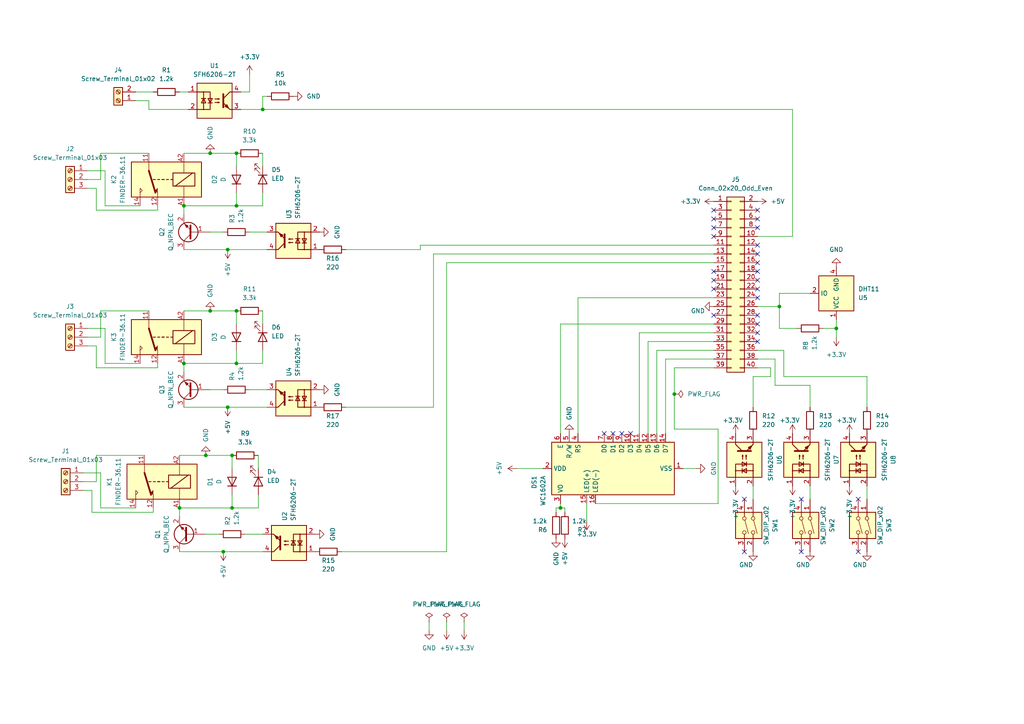
<source format=kicad_sch>
(kicad_sch (version 20211123) (generator eeschema)
  (paper "A4")
  (lib_symbols
    (symbol "Connector:Screw_Terminal_01x02" (pin_names (offset 1.016) hide)
      (property "Reference" "J" (at 0 2.54 0))
      (property "Value" "Screw_Terminal_01x02" (at 0 -5.08 0))
      (symbol "Screw_Terminal_01x02_1_1"
        (rectangle (start -1.27 1.27) (end 1.27 -3.81) (stroke (width 0.254)) (fill (type background)))
        (circle (center 0 -2.54) (radius 0.635) (stroke (width 0.1524)))
        (polyline (pts (xy -0.5334 -2.2098) (xy 0.3302 -3.048)) (stroke (width 0.1524)))
        (polyline (pts (xy -0.5334 0.3302) (xy 0.3302 -0.508)) (stroke (width 0.1524)))
        (polyline (pts (xy -0.3556 -2.032) (xy 0.508 -2.8702)) (stroke (width 0.1524)))
        (polyline (pts (xy -0.3556 0.508) (xy 0.508 -0.3302)) (stroke (width 0.1524)))
        (circle (center 0 0) (radius 0.635) (stroke (width 0.1524)))
        (pin passive line (at -5.08 0 0) (length 3.81) (name "Pin_1") (number "1"))
        (pin passive line (at -5.08 -2.54 0) (length 3.81) (name "Pin_2") (number "2"))
      )
    )
    (symbol "Connector:Screw_Terminal_01x03" (pin_names (offset 1.016) hide)
      (property "Reference" "J" (at 0 5.08 0))
      (property "Value" "Screw_Terminal_01x03" (at 0 -5.08 0))
      (symbol "Screw_Terminal_01x03_1_1"
        (rectangle (start -1.27 3.81) (end 1.27 -3.81) (stroke (width 0.254)) (fill (type background)))
        (circle (center 0 -2.54) (radius 0.635) (stroke (width 0.1524)))
        (polyline (pts (xy -0.5334 -2.2098) (xy 0.3302 -3.048)) (stroke (width 0.1524)))
        (polyline (pts (xy -0.5334 0.3302) (xy 0.3302 -0.508)) (stroke (width 0.1524)))
        (polyline (pts (xy -0.5334 2.8702) (xy 0.3302 2.032)) (stroke (width 0.1524)))
        (polyline (pts (xy -0.3556 -2.032) (xy 0.508 -2.8702)) (stroke (width 0.1524)))
        (polyline (pts (xy -0.3556 0.508) (xy 0.508 -0.3302)) (stroke (width 0.1524)))
        (polyline (pts (xy -0.3556 3.048) (xy 0.508 2.2098)) (stroke (width 0.1524)))
        (circle (center 0 0) (radius 0.635) (stroke (width 0.1524)))
        (circle (center 0 2.54) (radius 0.635) (stroke (width 0.1524)))
        (pin passive line (at -5.08 2.54 0) (length 3.81) (name "Pin_1") (number "1"))
        (pin passive line (at -5.08 0 0) (length 3.81) (name "Pin_2") (number "2"))
        (pin passive line (at -5.08 -2.54 0) (length 3.81) (name "Pin_3") (number "3"))
      )
    )
    (symbol "Connector_Generic:Conn_02x20_Odd_Even" (pin_names (offset 1.016) hide)
      (property "Reference" "J" (at 1.27 25.4 0))
      (property "Value" "Conn_02x20_Odd_Even" (at 1.27 -27.94 0))
      (symbol "Conn_02x20_Odd_Even_1_1"
        (rectangle (start -1.27 -25.273) (end 0 -25.527) (stroke (width 0.1524)))
        (rectangle (start -1.27 -22.733) (end 0 -22.987) (stroke (width 0.1524)))
        (rectangle (start -1.27 -20.193) (end 0 -20.447) (stroke (width 0.1524)))
        (rectangle (start -1.27 -17.653) (end 0 -17.907) (stroke (width 0.1524)))
        (rectangle (start -1.27 -15.113) (end 0 -15.367) (stroke (width 0.1524)))
        (rectangle (start -1.27 -12.573) (end 0 -12.827) (stroke (width 0.1524)))
        (rectangle (start -1.27 -10.033) (end 0 -10.287) (stroke (width 0.1524)))
        (rectangle (start -1.27 -7.493) (end 0 -7.747) (stroke (width 0.1524)))
        (rectangle (start -1.27 -4.953) (end 0 -5.207) (stroke (width 0.1524)))
        (rectangle (start -1.27 -2.413) (end 0 -2.667) (stroke (width 0.1524)))
        (rectangle (start -1.27 0.127) (end 0 -0.127) (stroke (width 0.1524)))
        (rectangle (start -1.27 2.667) (end 0 2.413) (stroke (width 0.1524)))
        (rectangle (start -1.27 5.207) (end 0 4.953) (stroke (width 0.1524)))
        (rectangle (start -1.27 7.747) (end 0 7.493) (stroke (width 0.1524)))
        (rectangle (start -1.27 10.287) (end 0 10.033) (stroke (width 0.1524)))
        (rectangle (start -1.27 12.827) (end 0 12.573) (stroke (width 0.1524)))
        (rectangle (start -1.27 15.367) (end 0 15.113) (stroke (width 0.1524)))
        (rectangle (start -1.27 17.907) (end 0 17.653) (stroke (width 0.1524)))
        (rectangle (start -1.27 20.447) (end 0 20.193) (stroke (width 0.1524)))
        (rectangle (start -1.27 22.987) (end 0 22.733) (stroke (width 0.1524)))
        (rectangle (start -1.27 24.13) (end 3.81 -26.67) (stroke (width 0.254)) (fill (type background)))
        (rectangle (start 3.81 -25.273) (end 2.54 -25.527) (stroke (width 0.1524)))
        (rectangle (start 3.81 -22.733) (end 2.54 -22.987) (stroke (width 0.1524)))
        (rectangle (start 3.81 -20.193) (end 2.54 -20.447) (stroke (width 0.1524)))
        (rectangle (start 3.81 -17.653) (end 2.54 -17.907) (stroke (width 0.1524)))
        (rectangle (start 3.81 -15.113) (end 2.54 -15.367) (stroke (width 0.1524)))
        (rectangle (start 3.81 -12.573) (end 2.54 -12.827) (stroke (width 0.1524)))
        (rectangle (start 3.81 -10.033) (end 2.54 -10.287) (stroke (width 0.1524)))
        (rectangle (start 3.81 -7.493) (end 2.54 -7.747) (stroke (width 0.1524)))
        (rectangle (start 3.81 -4.953) (end 2.54 -5.207) (stroke (width 0.1524)))
        (rectangle (start 3.81 -2.413) (end 2.54 -2.667) (stroke (width 0.1524)))
        (rectangle (start 3.81 0.127) (end 2.54 -0.127) (stroke (width 0.1524)))
        (rectangle (start 3.81 2.667) (end 2.54 2.413) (stroke (width 0.1524)))
        (rectangle (start 3.81 5.207) (end 2.54 4.953) (stroke (width 0.1524)))
        (rectangle (start 3.81 7.747) (end 2.54 7.493) (stroke (width 0.1524)))
        (rectangle (start 3.81 10.287) (end 2.54 10.033) (stroke (width 0.1524)))
        (rectangle (start 3.81 12.827) (end 2.54 12.573) (stroke (width 0.1524)))
        (rectangle (start 3.81 15.367) (end 2.54 15.113) (stroke (width 0.1524)))
        (rectangle (start 3.81 17.907) (end 2.54 17.653) (stroke (width 0.1524)))
        (rectangle (start 3.81 20.447) (end 2.54 20.193) (stroke (width 0.1524)))
        (rectangle (start 3.81 22.987) (end 2.54 22.733) (stroke (width 0.1524)))
        (pin passive line (at -5.08 22.86 0) (length 3.81) (name "Pin_1") (number "1"))
        (pin passive line (at 7.62 12.7 180) (length 3.81) (name "Pin_10") (number "10"))
        (pin passive line (at -5.08 10.16 0) (length 3.81) (name "Pin_11") (number "11"))
        (pin passive line (at 7.62 10.16 180) (length 3.81) (name "Pin_12") (number "12"))
        (pin passive line (at -5.08 7.62 0) (length 3.81) (name "Pin_13") (number "13"))
        (pin passive line (at 7.62 7.62 180) (length 3.81) (name "Pin_14") (number "14"))
        (pin passive line (at -5.08 5.08 0) (length 3.81) (name "Pin_15") (number "15"))
        (pin passive line (at 7.62 5.08 180) (length 3.81) (name "Pin_16") (number "16"))
        (pin passive line (at -5.08 2.54 0) (length 3.81) (name "Pin_17") (number "17"))
        (pin passive line (at 7.62 2.54 180) (length 3.81) (name "Pin_18") (number "18"))
        (pin passive line (at -5.08 0 0) (length 3.81) (name "Pin_19") (number "19"))
        (pin passive line (at 7.62 22.86 180) (length 3.81) (name "Pin_2") (number "2"))
        (pin passive line (at 7.62 0 180) (length 3.81) (name "Pin_20") (number "20"))
        (pin passive line (at -5.08 -2.54 0) (length 3.81) (name "Pin_21") (number "21"))
        (pin passive line (at 7.62 -2.54 180) (length 3.81) (name "Pin_22") (number "22"))
        (pin passive line (at -5.08 -5.08 0) (length 3.81) (name "Pin_23") (number "23"))
        (pin passive line (at 7.62 -5.08 180) (length 3.81) (name "Pin_24") (number "24"))
        (pin passive line (at -5.08 -7.62 0) (length 3.81) (name "Pin_25") (number "25"))
        (pin passive line (at 7.62 -7.62 180) (length 3.81) (name "Pin_26") (number "26"))
        (pin passive line (at -5.08 -10.16 0) (length 3.81) (name "Pin_27") (number "27"))
        (pin passive line (at 7.62 -10.16 180) (length 3.81) (name "Pin_28") (number "28"))
        (pin passive line (at -5.08 -12.7 0) (length 3.81) (name "Pin_29") (number "29"))
        (pin passive line (at -5.08 20.32 0) (length 3.81) (name "Pin_3") (number "3"))
        (pin passive line (at 7.62 -12.7 180) (length 3.81) (name "Pin_30") (number "30"))
        (pin passive line (at -5.08 -15.24 0) (length 3.81) (name "Pin_31") (number "31"))
        (pin passive line (at 7.62 -15.24 180) (length 3.81) (name "Pin_32") (number "32"))
        (pin passive line (at -5.08 -17.78 0) (length 3.81) (name "Pin_33") (number "33"))
        (pin passive line (at 7.62 -17.78 180) (length 3.81) (name "Pin_34") (number "34"))
        (pin passive line (at -5.08 -20.32 0) (length 3.81) (name "Pin_35") (number "35"))
        (pin passive line (at 7.62 -20.32 180) (length 3.81) (name "Pin_36") (number "36"))
        (pin passive line (at -5.08 -22.86 0) (length 3.81) (name "Pin_37") (number "37"))
        (pin passive line (at 7.62 -22.86 180) (length 3.81) (name "Pin_38") (number "38"))
        (pin passive line (at -5.08 -25.4 0) (length 3.81) (name "Pin_39") (number "39"))
        (pin passive line (at 7.62 20.32 180) (length 3.81) (name "Pin_4") (number "4"))
        (pin passive line (at 7.62 -25.4 180) (length 3.81) (name "Pin_40") (number "40"))
        (pin passive line (at -5.08 17.78 0) (length 3.81) (name "Pin_5") (number "5"))
        (pin passive line (at 7.62 17.78 180) (length 3.81) (name "Pin_6") (number "6"))
        (pin passive line (at -5.08 15.24 0) (length 3.81) (name "Pin_7") (number "7"))
        (pin passive line (at 7.62 15.24 180) (length 3.81) (name "Pin_8") (number "8"))
        (pin passive line (at -5.08 12.7 0) (length 3.81) (name "Pin_9") (number "9"))
      )
    )
    (symbol "Device:D" (pin_numbers hide) (pin_names (offset 1.016) hide)
      (property "Reference" "D" (at 0 2.54 0))
      (property "Value" "D" (at 0 -2.54 0))
      (symbol "D_0_1"
        (polyline (pts (xy -1.27 1.27) (xy -1.27 -1.27)) (stroke (width 0.254)))
        (polyline (pts (xy 1.27 0) (xy -1.27 0)))
        (polyline (pts (xy 1.27 1.27) (xy 1.27 -1.27) (xy -1.27 0) (xy 1.27 1.27)) (stroke (width 0.254)))
      )
      (symbol "D_1_1"
        (pin passive line (at -3.81 0 0) (length 2.54) (name "K") (number "1"))
        (pin passive line (at 3.81 0 180) (length 2.54) (name "A") (number "2"))
      )
    )
    (symbol "Device:LED" (pin_numbers hide) (pin_names (offset 1.016) hide)
      (property "Reference" "D" (at 0 2.54 0))
      (property "Value" "LED" (at 0 -2.54 0))
      (symbol "LED_0_1"
        (polyline (pts (xy -1.27 -1.27) (xy -1.27 1.27)) (stroke (width 0.254)))
        (polyline (pts (xy -1.27 0) (xy 1.27 0)))
        (polyline (pts (xy 1.27 -1.27) (xy 1.27 1.27) (xy -1.27 0) (xy 1.27 -1.27)) (stroke (width 0.254)))
        (polyline (pts (xy -3.048 -0.762) (xy -4.572 -2.286) (xy -3.81 -2.286) (xy -4.572 -2.286) (xy -4.572 -1.524)))
        (polyline (pts (xy -1.778 -0.762) (xy -3.302 -2.286) (xy -2.54 -2.286) (xy -3.302 -2.286) (xy -3.302 -1.524)))
      )
      (symbol "LED_1_1"
        (pin passive line (at -3.81 0 0) (length 2.54) (name "K") (number "1"))
        (pin passive line (at 3.81 0 180) (length 2.54) (name "A") (number "2"))
      )
    )
    (symbol "Device:Q_NPN_BEC" (pin_names (offset 0) hide)
      (property "Reference" "Q" (at 5.08 1.27 0))
      (property "Value" "Q_NPN_BEC" (at 5.08 -1.27 0))
      (symbol "Q_NPN_BEC_0_1"
        (polyline (pts (xy 0.635 0.635) (xy 2.54 2.54)))
        (polyline (pts (xy 0.635 -0.635) (xy 2.54 -2.54) (xy 2.54 -2.54)))
        (polyline (pts (xy 0.635 1.905) (xy 0.635 -1.905) (xy 0.635 -1.905)) (stroke (width 0.508)))
        (polyline (pts (xy 1.27 -1.778) (xy 1.778 -1.27) (xy 2.286 -2.286) (xy 1.27 -1.778) (xy 1.27 -1.778)) (fill (type outline)))
        (circle (center 1.27 0) (radius 2.8194) (stroke (width 0.254)))
      )
      (symbol "Q_NPN_BEC_1_1"
        (pin input line (at -5.08 0 0) (length 5.715) (name "B") (number "1"))
        (pin passive line (at 2.54 -5.08 90) (length 2.54) (name "E") (number "2"))
        (pin passive line (at 2.54 5.08 270) (length 2.54) (name "C") (number "3"))
      )
    )
    (symbol "Device:R" (pin_numbers hide) (pin_names (offset 0))
      (property "Reference" "R" (at 2.032 0 90))
      (property "Value" "R" (at 0 0 90))
      (symbol "R_0_1"
        (rectangle (start -1.016 -2.54) (end 1.016 2.54) (stroke (width 0.254)))
      )
      (symbol "R_1_1"
        (pin passive line (at 0 3.81 270) (length 1.27) (name "~") (number "1"))
        (pin passive line (at 0 -3.81 90) (length 1.27) (name "~") (number "2"))
      )
    )
    (symbol "Display_Character:WC1602A"
      (property "Reference" "DS" (at -5.842 19.05 0))
      (property "Value" "WC1602A" (at 5.334 19.05 0))
      (symbol "WC1602A_1_1"
        (rectangle (start -7.62 17.78) (end 7.62 -17.78) (stroke (width 0.254)) (fill (type background)))
        (pin power_in line (at 0 -20.32 90) (length 2.54) (name "VSS") (number "1"))
        (pin input line (at -10.16 -5.08 0) (length 2.54) (name "D3") (number "10"))
        (pin input line (at -10.16 -7.62 0) (length 2.54) (name "D4") (number "11"))
        (pin input line (at -10.16 -10.16 0) (length 2.54) (name "D5") (number "12"))
        (pin input line (at -10.16 -12.7 0) (length 2.54) (name "D6") (number "13"))
        (pin input line (at -10.16 -15.24 0) (length 2.54) (name "D7") (number "14"))
        (pin power_in line (at 10.16 7.62 180) (length 2.54) (name "LED(+)") (number "15"))
        (pin power_in line (at 10.16 5.08 180) (length 2.54) (name "LED(-)") (number "16"))
        (pin power_in line (at 0 20.32 270) (length 2.54) (name "VDD") (number "2"))
        (pin input line (at 10.16 15.24 180) (length 2.54) (name "VO") (number "3"))
        (pin input line (at -10.16 10.16 0) (length 2.54) (name "RS") (number "4"))
        (pin input line (at -10.16 12.7 0) (length 2.54) (name "R/W") (number "5"))
        (pin input line (at -10.16 15.24 0) (length 2.54) (name "E") (number "6"))
        (pin input line (at -10.16 2.54 0) (length 2.54) (name "D0") (number "7"))
        (pin input line (at -10.16 0 0) (length 2.54) (name "D1") (number "8"))
        (pin input line (at -10.16 -2.54 0) (length 2.54) (name "D2") (number "9"))
      )
    )
    (symbol "Isolator:SFH6206-2T" (pin_names (offset 1.016))
      (property "Reference" "U" (at -4.064 6.35 0))
      (property "Value" "SFH6206-2T" (at -5.334 -6.604 0))
      (symbol "SFH6206-2T_1_1"
        (rectangle (start -5.08 5.08) (end 5.08 -5.08) (stroke (width 0.254)) (fill (type background)))
        (circle (center -3.175 -2.54) (radius 0.127))
        (circle (center -3.175 2.54) (radius 0.127))
        (polyline (pts (xy -3.81 0.635) (xy -2.54 0.635)) (stroke (width 0.254)))
        (polyline (pts (xy -1.905 -0.635) (xy -0.635 -0.635)) (stroke (width 0.254)))
        (polyline (pts (xy 2.54 1.905) (xy 2.54 -1.905) (xy 2.54 -1.905)) (stroke (width 0.508)))
        (polyline (pts (xy 5.08 -2.54) (xy 4.445 -2.54) (xy 2.54 -0.635)) (stroke (width 0.254)))
        (polyline (pts (xy 5.08 2.54) (xy 4.445 2.54) (xy 2.54 0.635)) (stroke (width 0.254)))
        (polyline (pts (xy -5.08 2.54) (xy -3.175 2.54) (xy -3.175 -2.54) (xy -5.08 -2.54)) (stroke (width 0.254)))
        (polyline (pts (xy -3.175 -2.54) (xy -1.27 -2.54) (xy -1.27 2.54) (xy -3.175 2.54)) (stroke (width 0.254)))
        (polyline (pts (xy -3.175 0.635) (xy -3.81 -0.635) (xy -2.54 -0.635) (xy -3.175 0.635)) (stroke (width 0.254)))
        (polyline (pts (xy -1.27 -0.635) (xy -1.905 0.635) (xy -0.635 0.635) (xy -1.27 -0.635)) (stroke (width 0.254)))
        (polyline (pts (xy 0.127 -0.508) (xy 1.397 -0.508) (xy 1.016 -0.635) (xy 1.016 -0.381) (xy 1.397 -0.508)) (stroke (width 0.254)))
        (polyline (pts (xy 0.127 0.508) (xy 1.397 0.508) (xy 1.016 0.381) (xy 1.016 0.635) (xy 1.397 0.508)) (stroke (width 0.254)))
        (polyline (pts (xy 3.048 -1.651) (xy 3.556 -1.143) (xy 4.064 -2.159) (xy 3.048 -1.651) (xy 3.048 -1.651)) (stroke (width 0.254)) (fill (type outline)))
        (pin passive line (at -7.62 2.54 0) (length 2.54) (name "~") (number "1"))
        (pin passive line (at -7.62 -2.54 0) (length 2.54) (name "~") (number "2"))
        (pin passive line (at 7.62 -2.54 180) (length 2.54) (name "~") (number "3"))
        (pin passive line (at 7.62 2.54 180) (length 2.54) (name "~") (number "4"))
      )
    )
    (symbol "Relay:FINDER-36.11"
      (property "Reference" "K" (at 11.43 3.81 0))
      (property "Value" "FINDER-36.11" (at 11.43 1.27 0))
      (symbol "FINDER-36.11_0_0"
        (polyline (pts (xy 2.54 3.81) (xy 2.54 5.08)))
        (polyline (pts (xy 7.62 3.81) (xy 7.62 5.08)))
        (polyline (pts (xy 7.62 3.81) (xy 7.62 2.54) (xy 6.985 3.175) (xy 7.62 3.81)))
      )
      (symbol "FINDER-36.11_0_1"
        (rectangle (start -10.16 5.08) (end 10.16 -5.08) (stroke (width 0.254)) (fill (type background)))
        (rectangle (start -8.255 1.905) (end -1.905 -1.905) (stroke (width 0.254)))
        (polyline (pts (xy -7.62 -1.905) (xy -2.54 1.905)) (stroke (width 0.254)))
        (polyline (pts (xy -5.08 -5.08) (xy -5.08 -1.905)))
        (polyline (pts (xy -5.08 5.08) (xy -5.08 1.905)))
        (polyline (pts (xy -1.905 0) (xy -1.27 0)) (stroke (width 0.254)))
        (polyline (pts (xy -0.635 0) (xy 0 0)) (stroke (width 0.254)))
        (polyline (pts (xy 0.635 0) (xy 1.27 0)) (stroke (width 0.254)))
        (polyline (pts (xy 0.635 0) (xy 1.27 0)) (stroke (width 0.254)))
        (polyline (pts (xy 1.905 0) (xy 2.54 0)) (stroke (width 0.254)))
        (polyline (pts (xy 3.175 0) (xy 3.81 0)) (stroke (width 0.254)))
        (polyline (pts (xy 5.08 -2.54) (xy 3.175 3.81)) (stroke (width 0.508)))
        (polyline (pts (xy 5.08 -2.54) (xy 5.08 -5.08)))
        (polyline (pts (xy 2.54 2.54) (xy 3.175 3.175) (xy 2.54 3.81)) (fill (type outline)))
      )
      (symbol "FINDER-36.11_1_1"
        (pin passive line (at 5.08 -7.62 90) (length 2.54) (name "~") (number "11"))
        (pin passive line (at 2.54 7.62 270) (length 2.54) (name "~") (number "12"))
        (pin passive line (at 7.62 7.62 270) (length 2.54) (name "~") (number "14"))
        (pin passive line (at -5.08 7.62 270) (length 2.54) (name "~") (number "A1"))
        (pin passive line (at -5.08 -7.62 90) (length 2.54) (name "~") (number "A2"))
      )
    )
    (symbol "SW_DIP_x02_1" (pin_names (offset 0) hide)
      (property "Reference" "SW3" (at 10.16 0 0))
      (property "Value" "SW_DIP_x02" (at 7.62 0 0))
      (symbol "SW_DIP_x02_1_0_0"
        (circle (center -2.032 0) (radius 0.508))
        (circle (center -2.032 2.54) (radius 0.508))
        (polyline (pts (xy -1.524 0.127) (xy 2.3622 1.1684)))
        (polyline (pts (xy -1.524 2.667) (xy 2.3622 3.7084)))
        (circle (center 2.032 0) (radius 0.508))
        (circle (center 2.032 2.54) (radius 0.508))
      )
      (symbol "SW_DIP_x02_1_0_1"
        (rectangle (start -3.81 5.08) (end 3.81 -2.54) (stroke (width 0.254)) (fill (type background)))
      )
      (symbol "SW_DIP_x02_1_1_1"
        (pin passive line (at -7.62 2.54 0) (length 5.08) (name "~") (number "1"))
        (pin passive line (at 7.62 2.54 180) (length 5.08) (name "~") (number "2"))
        (pin passive line (at 7.62 0 180) (length 5.08) (name "~") (number "3"))
        (pin passive line (at -7.62 0 0) (length 5.08) (name "~") (number "4"))
      )
    )
    (symbol "SW_DIP_x02_2" (pin_names (offset 0) hide)
      (property "Reference" "SW2" (at 10.16 0 0))
      (property "Value" "SW_DIP_x02_2" (at 7.62 0 0))
      (symbol "SW_DIP_x02_2_0_0"
        (circle (center -2.032 0) (radius 0.508))
        (circle (center -2.032 2.54) (radius 0.508))
        (polyline (pts (xy -1.524 0.127) (xy 2.3622 1.1684)))
        (polyline (pts (xy -1.524 2.667) (xy 2.3622 3.7084)))
        (circle (center 2.032 0) (radius 0.508))
        (circle (center 2.032 2.54) (radius 0.508))
      )
      (symbol "SW_DIP_x02_2_0_1"
        (rectangle (start -3.81 5.08) (end 3.81 -2.54) (stroke (width 0.254)) (fill (type background)))
      )
      (symbol "SW_DIP_x02_2_1_1"
        (pin passive line (at -7.62 2.54 0) (length 5.08) (name "~") (number "1"))
        (pin passive line (at 7.62 2.54 180) (length 5.08) (name "~") (number "2"))
        (pin passive line (at 7.62 0 180) (length 5.08) (name "~") (number "3"))
        (pin passive line (at -7.62 0 0) (length 5.08) (name "~") (number "4"))
      )
    )
    (symbol "Sensor:DHT11"
      (property "Reference" "U" (at -3.81 6.35 0))
      (property "Value" "DHT11" (at 3.81 6.35 0))
      (symbol "DHT11_0_1"
        (rectangle (start -5.08 5.08) (end 5.08 -5.08) (stroke (width 0.254)) (fill (type background)))
      )
      (symbol "DHT11_1_1"
        (pin power_in line (at 0 7.62 270) (length 2.54) (name "VCC") (number "1"))
        (pin bidirectional line (at 7.62 0 180) (length 2.54) (name "IO") (number "2"))
        (pin no_connect line (at -5.08 0 0) (length 2.54) hide (name "NC") (number "3"))
        (pin power_in line (at 0 -7.62 90) (length 2.54) (name "GND") (number "4"))
      )
    )
    (symbol "Switch:SW_DIP_x02" (pin_names (offset 0) hide)
      (property "Reference" "SW1" (at 10.16 0 0))
      (property "Value" "SW_DIP_x02" (at 7.62 0 0))
      (symbol "SW_DIP_x02_0_0"
        (circle (center -2.032 0) (radius 0.508))
        (circle (center -2.032 2.54) (radius 0.508))
        (polyline (pts (xy -1.524 0.127) (xy 2.3622 1.1684)))
        (polyline (pts (xy -1.524 2.667) (xy 2.3622 3.7084)))
        (circle (center 2.032 0) (radius 0.508))
        (circle (center 2.032 2.54) (radius 0.508))
      )
      (symbol "SW_DIP_x02_0_1"
        (rectangle (start -3.81 5.08) (end 3.81 -2.54) (stroke (width 0.254)) (fill (type background)))
      )
      (symbol "SW_DIP_x02_1_1"
        (pin passive line (at -7.62 2.54 0) (length 5.08) (name "~") (number "1"))
        (pin passive line (at 7.62 2.54 180) (length 5.08) (name "~") (number "2"))
        (pin passive line (at 7.62 0 180) (length 5.08) (name "~") (number "3"))
        (pin passive line (at -7.62 0 0) (length 5.08) (name "~") (number "4"))
      )
    )
    (symbol "power:+3.3V" (power) (pin_names (offset 0))
      (property "Value" "+3.3V" (at 0 3.556 0))
      (symbol "+3.3V_0_1"
        (polyline (pts (xy -0.762 1.27) (xy 0 2.54)))
        (polyline (pts (xy 0 0) (xy 0 2.54)))
        (polyline (pts (xy 0 2.54) (xy 0.762 1.27)))
      )
      (symbol "+3.3V_1_1"
        (pin power_in line (at 0 0 90) (length 0) hide (name "+3.3V") (number "1"))
      )
    )
    (symbol "power:+5V" (power) (pin_names (offset 0))
      (property "Value" "+5V" (at 0 3.556 0))
      (symbol "+5V_0_1"
        (polyline (pts (xy -0.762 1.27) (xy 0 2.54)))
        (polyline (pts (xy 0 0) (xy 0 2.54)))
        (polyline (pts (xy 0 2.54) (xy 0.762 1.27)))
      )
      (symbol "+5V_1_1"
        (pin power_in line (at 0 0 90) (length 0) hide (name "+5V") (number "1"))
      )
    )
    (symbol "power:GND" (power) (pin_names (offset 0))
      (property "Value" "GND" (at 0 -3.81 0))
      (symbol "GND_0_1"
        (polyline (pts (xy 0 0) (xy 0 -1.27) (xy 1.27 -1.27) (xy 0 -2.54) (xy -1.27 -1.27) (xy 0 -1.27)))
      )
      (symbol "GND_1_1"
        (pin power_in line (at 0 0 270) (length 0) hide (name "GND") (number "1"))
      )
    )
    (symbol "power:PWR_FLAG" (power) (pin_numbers hide) (pin_names (offset 0) hide)
      (property "Value" "PWR_FLAG" (at 0 3.81 0))
      (symbol "PWR_FLAG_0_0"
        (pin power_out line (at 0 0 90) (length 0) (name "pwr") (number "1"))
      )
      (symbol "PWR_FLAG_0_1"
        (polyline (pts (xy 0 0) (xy 0 1.27) (xy -1.016 1.905) (xy 0 2.54) (xy 1.016 1.905) (xy 0 1.27)))
      )
    )
  )
  (junction (at 162.56 147.32))
  (junction (at 59.69 132.08))
  (junction (at 66.04 118.11))
  (junction (at 68.58 105.41))
  (junction (at 60.96 44.45))
  (junction (at 53.34 59.69))
  (junction (at 60.96 90.17))
  (junction (at 68.58 90.17))
  (junction (at 242.57 95.25))
  (junction (at 66.04 72.39))
  (junction (at 68.58 59.69))
  (junction (at 67.31 132.08))
  (junction (at 52.07 147.32))
  (junction (at 64.77 160.02))
  (junction (at 76.2 31.75))
  (junction (at 67.31 147.32))
  (junction (at 226.06 88.9))
  (junction (at 195.58 114.3))
  (junction (at 53.34 105.41))
  (junction (at 68.58 44.45))
  (no_connect (at 207.01 68.58))
  (no_connect (at 232.41 144.78))
  (no_connect (at 219.71 96.52))
  (no_connect (at 175.26 125.73))
  (no_connect (at 207.01 81.28))
  (no_connect (at 232.41 160.02))
  (no_connect (at 207.01 83.82))
  (no_connect (at 219.71 60.96))
  (no_connect (at 215.9 144.78))
  (no_connect (at 177.8 125.73))
  (no_connect (at 219.71 93.98))
  (no_connect (at 207.01 91.44))
  (no_connect (at 219.71 78.74))
  (no_connect (at 219.71 86.36))
  (no_connect (at 248.92 160.02))
  (no_connect (at 207.01 60.96))
  (no_connect (at 219.71 71.12))
  (no_connect (at 215.9 160.02))
  (no_connect (at 219.71 76.2))
  (no_connect (at 207.01 78.74))
  (no_connect (at 219.71 81.28))
  (no_connect (at 219.71 73.66))
  (no_connect (at 182.88 125.73))
  (no_connect (at 219.71 63.5))
  (no_connect (at 219.71 66.04))
  (no_connect (at 219.71 91.44))
  (no_connect (at 248.92 144.78))
  (no_connect (at 180.34 125.73))
  (no_connect (at 207.01 66.04))
  (no_connect (at 207.01 63.5))
  (no_connect (at 219.71 99.06))
  (no_connect (at 219.71 83.82))
  (wire (pts (xy 161.29 148.59) (xy 161.29 147.32)))
  (wire (pts (xy 218.44 140.97) (xy 218.44 144.78)))
  (wire (pts (xy 74.93 143.51) (xy 74.93 147.32)))
  (wire (pts (xy 71.12 154.94) (xy 76.2 154.94)))
  (wire (pts (xy 187.96 125.73) (xy 187.96 99.06)))
  (wire (pts (xy 76.2 101.6) (xy 76.2 105.41)))
  (wire (pts (xy 67.31 132.08) (xy 67.31 135.89)))
  (wire (pts (xy 242.57 95.25) (xy 242.57 92.71)))
  (wire (pts (xy 30.48 105.41) (xy 30.48 95.25)))
  (wire (pts (xy 162.56 125.73) (xy 162.56 93.98)))
  (wire (pts (xy 224.79 111.76) (xy 224.79 104.14)))
  (wire (pts (xy 29.21 147.32) (xy 29.21 137.16)))
  (wire (pts (xy 195.58 106.68) (xy 207.01 106.68)))
  (wire (pts (xy 66.04 118.11) (xy 77.47 118.11)))
  (wire (pts (xy 185.42 96.52) (xy 207.01 96.52)))
  (wire (pts (xy 53.34 44.45) (xy 60.96 44.45)))
  (wire (pts (xy 129.54 180.34) (xy 129.54 182.88)))
  (wire (pts (xy 53.34 72.39) (xy 66.04 72.39)))
  (wire (pts (xy 45.72 106.68) (xy 27.94 106.68)))
  (wire (pts (xy 43.18 90.17) (xy 29.21 90.17)))
  (wire (pts (xy 134.62 180.34) (xy 134.62 182.88)))
  (wire (pts (xy 43.18 29.21) (xy 39.37 29.21)))
  (wire (pts (xy 45.72 59.69) (xy 45.72 60.96)))
  (wire (pts (xy 227.33 101.6) (xy 219.71 101.6)))
  (wire (pts (xy 29.21 137.16) (xy 24.13 137.16)))
  (wire (pts (xy 125.73 118.11) (xy 125.73 73.66)))
  (wire (pts (xy 26.67 148.59) (xy 26.67 142.24)))
  (wire (pts (xy 68.58 101.6) (xy 68.58 105.41)))
  (wire (pts (xy 234.95 85.09) (xy 226.06 85.09)))
  (wire (pts (xy 68.58 105.41) (xy 53.34 105.41)))
  (wire (pts (xy 149.86 135.89) (xy 157.48 135.89)))
  (wire (pts (xy 190.5 125.73) (xy 190.5 101.6)))
  (wire (pts (xy 219.71 88.9) (xy 226.06 88.9)))
  (wire (pts (xy 52.07 149.86) (xy 52.07 147.32)))
  (wire (pts (xy 208.28 124.46) (xy 208.28 146.05)))
  (wire (pts (xy 43.18 31.75) (xy 43.18 29.21)))
  (wire (pts (xy 125.73 73.66) (xy 207.01 73.66)))
  (wire (pts (xy 162.56 93.98) (xy 207.01 93.98)))
  (wire (pts (xy 231.14 95.25) (xy 226.06 95.25)))
  (wire (pts (xy 68.58 44.45) (xy 68.58 48.26)))
  (wire (pts (xy 229.87 68.58) (xy 219.71 68.58)))
  (wire (pts (xy 27.94 60.96) (xy 27.94 54.61)))
  (wire (pts (xy 223.52 106.68) (xy 219.71 106.68)))
  (wire (pts (xy 124.46 180.34) (xy 124.46 182.88)))
  (wire (pts (xy 170.18 146.05) (xy 170.18 151.13)))
  (wire (pts (xy 66.04 72.39) (xy 77.47 72.39)))
  (wire (pts (xy 29.21 52.07) (xy 25.4 52.07)))
  (wire (pts (xy 251.46 140.97) (xy 251.46 144.78)))
  (wire (pts (xy 195.58 114.3) (xy 195.58 106.68)))
  (wire (pts (xy 76.2 59.69) (xy 68.58 59.69)))
  (wire (pts (xy 53.34 118.11) (xy 66.04 118.11)))
  (wire (pts (xy 76.2 31.75) (xy 229.87 31.75)))
  (wire (pts (xy 44.45 148.59) (xy 26.67 148.59)))
  (wire (pts (xy 30.48 49.53) (xy 25.4 49.53)))
  (wire (pts (xy 77.47 27.94) (xy 76.2 27.94)))
  (wire (pts (xy 68.58 55.88) (xy 68.58 59.69)))
  (wire (pts (xy 68.58 90.17) (xy 68.58 93.98)))
  (wire (pts (xy 193.04 104.14) (xy 207.01 104.14)))
  (wire (pts (xy 76.2 27.94) (xy 76.2 31.75)))
  (wire (pts (xy 72.39 67.31) (xy 77.47 67.31)))
  (wire (pts (xy 162.56 146.05) (xy 162.56 147.32)))
  (wire (pts (xy 121.92 71.12) (xy 207.01 71.12)))
  (wire (pts (xy 198.12 135.89) (xy 201.93 135.89)))
  (wire (pts (xy 69.85 31.75) (xy 76.2 31.75)))
  (wire (pts (xy 27.94 100.33) (xy 25.4 100.33)))
  (wire (pts (xy 167.64 125.73) (xy 167.64 86.36)))
  (wire (pts (xy 68.58 59.69) (xy 53.34 59.69)))
  (wire (pts (xy 45.72 105.41) (xy 45.72 106.68)))
  (wire (pts (xy 53.34 62.23) (xy 53.34 59.69)))
  (wire (pts (xy 162.56 147.32) (xy 163.83 147.32)))
  (wire (pts (xy 53.34 107.95) (xy 53.34 105.41)))
  (wire (pts (xy 185.42 125.73) (xy 185.42 96.52)))
  (wire (pts (xy 67.31 147.32) (xy 52.07 147.32)))
  (wire (pts (xy 161.29 147.32) (xy 162.56 147.32)))
  (wire (pts (xy 41.91 132.08) (xy 27.94 132.08)))
  (wire (pts (xy 59.69 132.08) (xy 67.31 132.08)))
  (wire (pts (xy 53.34 90.17) (xy 60.96 90.17)))
  (wire (pts (xy 52.07 132.08) (xy 59.69 132.08)))
  (wire (pts (xy 60.96 90.17) (xy 68.58 90.17)))
  (wire (pts (xy 208.28 124.46) (xy 195.58 124.46)))
  (wire (pts (xy 234.95 111.76) (xy 234.95 118.11)))
  (wire (pts (xy 74.93 132.08) (xy 74.93 135.89)))
  (wire (pts (xy 25.4 97.79) (xy 29.21 97.79)))
  (wire (pts (xy 129.54 76.2) (xy 207.01 76.2)))
  (wire (pts (xy 242.57 97.79) (xy 242.57 95.25)))
  (wire (pts (xy 30.48 59.69) (xy 30.48 49.53)))
  (wire (pts (xy 45.72 60.96) (xy 27.94 60.96)))
  (wire (pts (xy 27.94 54.61) (xy 25.4 54.61)))
  (wire (pts (xy 129.54 160.02) (xy 129.54 76.2)))
  (wire (pts (xy 59.69 154.94) (xy 63.5 154.94)))
  (wire (pts (xy 251.46 109.22) (xy 227.33 109.22)))
  (wire (pts (xy 74.93 147.32) (xy 67.31 147.32)))
  (wire (pts (xy 76.2 55.88) (xy 76.2 59.69)))
  (wire (pts (xy 242.57 95.25) (xy 238.76 95.25)))
  (wire (pts (xy 60.96 113.03) (xy 64.77 113.03)))
  (wire (pts (xy 100.33 118.11) (xy 125.73 118.11)))
  (wire (pts (xy 40.64 59.69) (xy 30.48 59.69)))
  (wire (pts (xy 76.2 90.17) (xy 76.2 93.98)))
  (wire (pts (xy 100.33 72.39) (xy 121.92 72.39)))
  (wire (pts (xy 229.87 31.75) (xy 229.87 68.58)))
  (wire (pts (xy 64.77 160.02) (xy 76.2 160.02)))
  (wire (pts (xy 226.06 88.9) (xy 226.06 85.09)))
  (wire (pts (xy 30.48 95.25) (xy 25.4 95.25)))
  (wire (pts (xy 40.64 105.41) (xy 30.48 105.41)))
  (wire (pts (xy 67.31 143.51) (xy 67.31 147.32)))
  (wire (pts (xy 218.44 109.22) (xy 218.44 118.11)))
  (wire (pts (xy 76.2 44.45) (xy 76.2 48.26)))
  (wire (pts (xy 27.94 106.68) (xy 27.94 100.33)))
  (wire (pts (xy 52.07 160.02) (xy 64.77 160.02)))
  (wire (pts (xy 27.94 132.08) (xy 27.94 139.7)))
  (wire (pts (xy 223.52 109.22) (xy 223.52 106.68)))
  (wire (pts (xy 72.39 26.67) (xy 72.39 21.59)))
  (wire (pts (xy 29.21 90.17) (xy 29.21 97.79)))
  (wire (pts (xy 167.64 86.36) (xy 207.01 86.36)))
  (wire (pts (xy 76.2 105.41) (xy 68.58 105.41)))
  (wire (pts (xy 26.67 142.24) (xy 24.13 142.24)))
  (wire (pts (xy 218.44 109.22) (xy 223.52 109.22)))
  (wire (pts (xy 60.96 44.45) (xy 68.58 44.45)))
  (wire (pts (xy 193.04 125.73) (xy 193.04 104.14)))
  (wire (pts (xy 72.39 113.03) (xy 77.47 113.03)))
  (wire (pts (xy 251.46 109.22) (xy 251.46 118.11)))
  (wire (pts (xy 234.95 111.76) (xy 224.79 111.76)))
  (wire (pts (xy 60.96 67.31) (xy 64.77 67.31)))
  (wire (pts (xy 226.06 95.25) (xy 226.06 88.9)))
  (wire (pts (xy 224.79 104.14) (xy 219.71 104.14)))
  (wire (pts (xy 44.45 147.32) (xy 44.45 148.59)))
  (wire (pts (xy 54.61 31.75) (xy 43.18 31.75)))
  (wire (pts (xy 121.92 71.12) (xy 121.92 72.39)))
  (wire (pts (xy 172.72 146.05) (xy 208.28 146.05)))
  (wire (pts (xy 29.21 44.45) (xy 29.21 52.07)))
  (wire (pts (xy 69.85 26.67) (xy 72.39 26.67)))
  (wire (pts (xy 99.06 160.02) (xy 129.54 160.02)))
  (wire (pts (xy 234.95 140.97) (xy 234.95 144.78)))
  (wire (pts (xy 27.94 139.7) (xy 24.13 139.7)))
  (wire (pts (xy 190.5 101.6) (xy 207.01 101.6)))
  (wire (pts (xy 227.33 109.22) (xy 227.33 101.6)))
  (wire (pts (xy 187.96 99.06) (xy 207.01 99.06)))
  (wire (pts (xy 39.37 147.32) (xy 29.21 147.32)))
  (wire (pts (xy 163.83 148.59) (xy 163.83 147.32)))
  (wire (pts (xy 43.18 44.45) (xy 29.21 44.45)))
  (wire (pts (xy 39.37 26.67) (xy 44.45 26.67)))
  (wire (pts (xy 52.07 26.67) (xy 54.61 26.67)))
  (wire (pts (xy 195.58 124.46) (xy 195.58 114.3)))
  (symbol (lib_id "power:GND") (at 92.71 67.31 90) (unit 1)
    (property "Reference" "#PWR0115" (effects hide))
    (property "Value" "GND" (at 97.79 67.31 0))
  )
  (symbol (lib_id "power:GND") (at 60.96 44.45 180) (unit 1)
    (property "Reference" "#PWR0110" (effects hide))
    (property "Value" "GND" (at 60.9599 40.64 90) (effects (justify right)))
  )
  (symbol (lib_id "Isolator:SFH6206-2T") (at 83.82 157.48 180) (unit 1)
    (property "Reference" "U2" (at 82.5499 151.13 90) (effects (justify right)))
    (property "Value" "SFH6206-2T" (at 85.0899 151.13 90) (effects (justify right)))
    (property "Footprint" "Package_DIP:SMDIP-4_W9.53mm_Clearance8mm" (effects hide))
    (property "Datasheet" "http://www.vishay.com/docs/83675/sfh620a.pdf" (effects hide))
  )
  (symbol (lib_id "Device:Q_NPN_BEC") (at 55.88 67.31 180) (unit 1)
    (property "Reference" "Q2" (at 46.99 67.31 90))
    (property "Value" "Q_NPN_BEC" (at 49.53 67.31 90))
    (property "Footprint" "Package_TO_SOT_SMD:SOT-23" (effects hide))
  )
  (symbol (lib_id "Switch:SW_DIP_x02") (at 215.9 152.4 270) (unit 1)
    (property "Reference" "SW1" (at 224.79 152.4 0))
    (property "Value" "SW_DIP_x02" (at 222.25 152.4 0))
    (property "Footprint" "LibForEC:SW_PUSH_6mm_H5mm" (effects hide))
  )
  (symbol (lib_id "power:+5V") (at 129.54 182.88 180) (unit 1)
    (property "Reference" "#PWR0124" (effects hide))
    (property "Value" "+5V" (at 129.54 187.96 0))
  )
  (symbol (lib_id "Device:R") (at 96.52 118.11 270) (unit 1)
    (property "Reference" "R17" (at 96.52 120.65 90))
    (property "Value" "220" (at 96.52 123.19 90))
    (property "Footprint" "Resistor_SMD:R_1206_3216Metric" (effects hide))
  )
  (symbol (lib_id "Device:R") (at 96.52 72.39 270) (unit 1)
    (property "Reference" "R16" (at 96.52 74.93 90))
    (property "Value" "220" (at 96.52 77.47 90))
    (property "Footprint" "Resistor_SMD:R_1206_3216Metric" (effects hide))
  )
  (symbol (lib_id "Device:D") (at 68.58 97.79 90) (unit 1)
    (property "Reference" "D3" (at 62.23 97.79 0))
    (property "Value" "D" (at 64.77 97.79 0))
    (property "Footprint" "Diode_SMD:D_SMA" (effects hide))
  )
  (symbol (lib_id "power:+3.3V") (at 213.36 125.73 0) (unit 1)
    (property "Reference" "#PWR01" (effects hide))
    (property "Value" "+3.3V" (at 209.55 121.92 0) (effects (justify left)))
  )
  (symbol (lib_id "Device:R") (at 161.29 152.4 0) (unit 1)
    (property "Reference" "R6" (at 158.75 153.6701 0) (effects (justify right)))
    (property "Value" "1.2k" (at 158.75 151.1301 0) (effects (justify right)))
    (property "Footprint" "Resistor_SMD:R_1206_3216Metric" (effects hide))
  )
  (symbol (lib_id "Sensor:DHT11") (at 242.57 85.09 180) (unit 1)
    (property "Reference" "U5" (at 248.92 86.3601 0) (effects (justify right)))
    (property "Value" "DHT11" (at 248.92 83.8201 0) (effects (justify right)))
    (property "Footprint" "Sensor:Aosong_DHT11_5.5x12.0_P2.54mm" (effects hide))
    (property "Datasheet" "http://akizukidenshi.com/download/ds/aosong/DHT11.pdf" (effects hide))
  )
  (symbol (lib_id "Device:R") (at 234.95 95.25 90) (unit 1)
    (property "Reference" "R8" (at 233.68 101.6 0) (effects (justify left)))
    (property "Value" "1.2k" (at 236.22 101.6 0) (effects (justify left)))
    (property "Footprint" "Resistor_SMD:R_1206_3216Metric" (effects hide))
  )
  (symbol (lib_id "Device:R") (at 163.83 152.4 180) (unit 1)
    (property "Reference" "R7" (at 170.18 153.67 0) (effects (justify left)))
    (property "Value" "1.2k" (at 170.18 151.13 0) (effects (justify left)))
    (property "Footprint" "Resistor_SMD:R_1206_3216Metric" (effects hide))
  )
  (symbol (lib_id "power:+3.3V") (at 229.87 125.73 0) (unit 1)
    (property "Reference" "#PWR04" (effects hide))
    (property "Value" "+3.3V" (at 226.06 121.92 0) (effects (justify left)))
  )
  (symbol (lib_id "Device:R") (at 234.95 121.92 180) (unit 1)
    (property "Reference" "R13" (at 237.49 120.6499 0) (effects (justify right)))
    (property "Value" "220" (at 237.49 123.1899 0) (effects (justify right)))
    (property "Footprint" "Resistor_SMD:R_1206_3216Metric" (effects hide))
  )
  (symbol (lib_id "Connector:Screw_Terminal_01x03") (at 20.32 52.07 0) (mirror y) (unit 1)
    (property "Reference" "J2" (at 20.32 43.18 0))
    (property "Value" "Screw_Terminal_01x03" (at 20.32 45.72 0))
    (property "Footprint" "LibForEC:terminal_x1_x3" (effects hide))
  )
  (symbol (lib_id "Device:LED") (at 74.93 139.7 270) (unit 1)
    (property "Reference" "D4" (at 77.47 136.8424 90) (effects (justify left)))
    (property "Value" "LED" (at 77.47 139.3824 90) (effects (justify left)))
    (property "Footprint" "LED_SMD:LED_0805_2012Metric" (effects hide))
  )
  (symbol (lib_id "power:+5V") (at 163.83 156.21 180) (unit 1)
    (property "Reference" "#PWR0108" (effects hide))
    (property "Value" "+5V" (at 163.8299 160.02 90) (effects (justify left)))
  )
  (symbol (lib_id "Connector_Generic:Conn_02x20_Odd_Even") (at 212.09 81.28 0) (unit 1)
    (property "Reference" "J5" (at 213.36 52.07 0))
    (property "Value" "Conn_02x20_Odd_Even" (at 213.36 54.61 0))
    (property "Footprint" "LibForEC:PinSocket_2x20_P2.54mm_Vertical" (effects hide))
  )
  (symbol (lib_id "power:GND") (at 85.09 27.94 90) (unit 1)
    (property "Reference" "#PWR0116" (effects hide))
    (property "Value" "GND" (at 88.9 27.9399 90) (effects (justify right)))
  )
  (symbol (lib_id "Device:D") (at 68.58 52.07 90) (unit 1)
    (property "Reference" "D2" (at 62.23 52.07 0))
    (property "Value" "D" (at 64.77 52.07 0))
    (property "Footprint" "Diode_SMD:D_SMA" (effects hide))
  )
  (symbol (lib_id "power:GND") (at 207.01 88.9 270) (unit 1)
    (property "Reference" "#PWR0120" (effects hide))
    (property "Value" "GND" (at 204.47 90.17 90) (effects (justify right)))
  )
  (symbol (lib_id "power:+3.3V") (at 246.38 125.73 0) (unit 1)
    (property "Reference" "#PWR07" (effects hide))
    (property "Value" "+3.3V" (at 242.57 121.92 0) (effects (justify left)))
  )
  (symbol (lib_id "power:+3.3V") (at 170.18 151.13 180) (unit 1)
    (property "Reference" "#PWR0106" (effects hide))
    (property "Value" "+3.3V" (at 170.18 154.94 0))
  )
  (symbol (lib_id "Device:R") (at 71.12 132.08 90) (unit 1)
    (property "Reference" "R9" (at 71.12 125.73 90))
    (property "Value" "3.3k" (at 71.12 128.27 90))
    (property "Footprint" "Resistor_SMD:R_1206_3216Metric" (effects hide))
  )
  (symbol (lib_name "SW_DIP_x02_1") (lib_id "Switch:SW_DIP_x02") (at 248.92 152.4 270) (unit 1)
    (property "Reference" "SW3" (at 257.81 152.4 0))
    (property "Value" "SW_DIP_x02" (at 255.27 152.4 0))
    (property "Footprint" "LibForEC:SW_PUSH_6mm_H5mm" (effects hide))
  )
  (symbol (lib_id "power:GND") (at 201.93 135.89 90) (mirror x) (unit 1)
    (property "Reference" "#PWR0103" (effects hide))
    (property "Value" "GND" (at 207.01 135.89 0))
  )
  (symbol (lib_id "power:GND") (at 59.69 132.08 180) (unit 1)
    (property "Reference" "#PWR0102" (effects hide))
    (property "Value" "GND" (at 59.6899 128.27 90) (effects (justify right)))
  )
  (symbol (lib_id "Isolator:SFH6206-2T") (at 248.92 133.35 90) (unit 1)
    (property "Reference" "U8" (at 259.08 133.35 0))
    (property "Value" "SFH6206-2T" (at 256.54 133.35 0))
    (property "Footprint" "Package_DIP:SMDIP-4_W9.53mm_Clearance8mm" (effects hide))
    (property "Datasheet" "http://www.vishay.com/docs/83675/sfh620a.pdf" (effects hide))
  )
  (symbol (lib_id "power:GND") (at 218.44 160.02 0) (unit 1)
    (property "Reference" "#PWR03" (effects hide))
    (property "Value" "GND" (at 218.4401 163.83 0) (effects (justify right)))
  )
  (symbol (lib_id "Device:R") (at 81.28 27.94 90) (unit 1)
    (property "Reference" "R5" (at 81.28 21.59 90))
    (property "Value" "10k" (at 81.28 24.13 90))
    (property "Footprint" "Resistor_SMD:R_1206_3216Metric" (effects hide))
  )
  (symbol (lib_id "Device:R") (at 68.58 67.31 90) (unit 1)
    (property "Reference" "R3" (at 67.3099 64.77 0) (effects (justify left)))
    (property "Value" "1.2k" (at 69.8499 64.77 0) (effects (justify left)))
    (property "Footprint" "Resistor_SMD:R_1206_3216Metric" (effects hide))
  )
  (symbol (lib_id "Connector:Screw_Terminal_01x03") (at 20.32 97.79 0) (mirror y) (unit 1)
    (property "Reference" "J3" (at 20.32 88.9 0))
    (property "Value" "Screw_Terminal_01x03" (at 20.32 91.44 0))
    (property "Footprint" "LibForEC:terminal_x1_x3" (effects hide))
  )
  (symbol (lib_id "Device:D") (at 67.31 139.7 90) (unit 1)
    (property "Reference" "D1" (at 60.96 139.7 0))
    (property "Value" "D" (at 63.5 139.7 0))
    (property "Footprint" "Diode_SMD:D_SMA" (effects hide))
  )
  (symbol (lib_id "Device:R") (at 95.25 160.02 270) (unit 1)
    (property "Reference" "R15" (at 95.25 162.56 90))
    (property "Value" "220" (at 95.25 165.1 90))
    (property "Footprint" "Resistor_SMD:R_1206_3216Metric" (effects hide))
  )
  (symbol (lib_id "Isolator:SFH6206-2T") (at 215.9 133.35 90) (unit 1)
    (property "Reference" "U6" (at 226.06 133.35 0))
    (property "Value" "SFH6206-2T" (at 223.52 133.35 0))
    (property "Footprint" "Package_DIP:SMDIP-4_W9.53mm_Clearance8mm" (effects hide))
    (property "Datasheet" "http://www.vishay.com/docs/83675/sfh620a.pdf" (effects hide))
  )
  (symbol (lib_id "Device:R") (at 68.58 113.03 90) (unit 1)
    (property "Reference" "R4" (at 67.3099 110.49 0) (effects (justify left)))
    (property "Value" "1.2k" (at 69.8499 110.49 0) (effects (justify left)))
    (property "Footprint" "Resistor_SMD:R_1206_3216Metric" (effects hide))
  )
  (symbol (lib_id "power:+3.3V") (at 229.87 140.97 180) (unit 1)
    (property "Reference" "#PWR05" (effects hide))
    (property "Value" "+3.3V" (at 229.8701 144.78 90) (effects (justify left)))
  )
  (symbol (lib_id "power:GND") (at 91.44 154.94 90) (unit 1)
    (property "Reference" "#PWR0112" (effects hide))
    (property "Value" "GND" (at 96.52 154.94 0))
  )
  (symbol (lib_id "Relay:FINDER-36.11") (at 48.26 52.07 180) (unit 1)
    (property "Reference" "K2" (at 33.02 52.07 90))
    (property "Value" "FINDER-36.11" (at 35.56 52.07 90))
    (property "Footprint" "Relay_THT:Relay_SPDT_Finder_36.11" (effects hide))
    (property "Datasheet" "https://gfinder.findernet.com/public/attachments/36/EN/S36EN.pdf" (effects hide))
  )
  (symbol (lib_id "power:+3.3V") (at 213.36 140.97 180) (unit 1)
    (property "Reference" "#PWR02" (effects hide))
    (property "Value" "+3.3V" (at 213.3601 144.78 90) (effects (justify left)))
  )
  (symbol (lib_id "power:GND") (at 234.95 160.02 0) (unit 1)
    (property "Reference" "#PWR06" (effects hide))
    (property "Value" "GND" (at 234.9501 163.83 0) (effects (justify right)))
  )
  (symbol (lib_name "SW_DIP_x02_2") (lib_id "Switch:SW_DIP_x02") (at 232.41 152.4 270) (unit 1)
    (property "Reference" "SW2" (at 241.3 152.4 0))
    (property "Value" "SW_DIP_x02" (at 238.76 152.4 0))
    (property "Footprint" "LibForEC:SW_PUSH_6mm_H5mm" (effects hide))
  )
  (symbol (lib_id "Isolator:SFH6206-2T") (at 85.09 69.85 180) (unit 1)
    (property "Reference" "U3" (at 83.8199 63.5 90) (effects (justify right)))
    (property "Value" "SFH6206-2T" (at 86.3599 63.5 90) (effects (justify right)))
    (property "Footprint" "Package_DIP:SMDIP-4_W9.53mm_Clearance8mm" (effects hide))
    (property "Datasheet" "http://www.vishay.com/docs/83675/sfh620a.pdf" (effects hide))
  )
  (symbol (lib_id "power:+5V") (at 64.77 160.02 180) (unit 1)
    (property "Reference" "#PWR0111" (effects hide))
    (property "Value" "+5V" (at 64.7699 163.83 90) (effects (justify left)))
  )
  (symbol (lib_id "power:+3.3V") (at 207.01 58.42 90) (unit 1)
    (property "Reference" "#PWR0119" (effects hide))
    (property "Value" "+3.3V" (at 203.2 58.4199 90) (effects (justify left)))
  )
  (symbol (lib_id "power:PWR_FLAG") (at 134.62 180.34 0) (unit 1)
    (property "Reference" "#FLG0103" (effects hide))
    (property "Value" "PWR_FLAG" (at 134.62 175.26 0))
  )
  (symbol (lib_id "power:GND") (at 60.96 90.17 180) (unit 1)
    (property "Reference" "#PWR0109" (effects hide))
    (property "Value" "GND" (at 60.9599 86.36 90) (effects (justify right)))
  )
  (symbol (lib_id "Device:LED") (at 76.2 97.79 270) (unit 1)
    (property "Reference" "D6" (at 78.74 94.9324 90) (effects (justify left)))
    (property "Value" "LED" (at 78.74 97.4724 90) (effects (justify left)))
    (property "Footprint" "LED_SMD:LED_0805_2012Metric" (effects hide))
  )
  (symbol (lib_id "Device:Q_NPN_BEC") (at 54.61 154.94 180) (unit 1)
    (property "Reference" "Q1" (at 45.72 154.94 90))
    (property "Value" "Q_NPN_BEC" (at 48.26 154.94 90))
    (property "Footprint" "Package_TO_SOT_SMD:SOT-23" (effects hide))
  )
  (symbol (lib_id "Connector:Screw_Terminal_01x03") (at 19.05 139.7 0) (mirror y) (unit 1)
    (property "Reference" "J1" (at 19.05 130.81 0))
    (property "Value" "Screw_Terminal_01x03" (at 19.05 133.35 0))
    (property "Footprint" "LibForEC:terminal_x1_x3" (effects hide))
  )
  (symbol (lib_id "Device:R") (at 251.46 121.92 180) (unit 1)
    (property "Reference" "R14" (at 254 120.6499 0) (effects (justify right)))
    (property "Value" "220" (at 254 123.1899 0) (effects (justify right)))
    (property "Footprint" "Resistor_SMD:R_1206_3216Metric" (effects hide))
  )
  (symbol (lib_id "Device:R") (at 67.31 154.94 90) (unit 1)
    (property "Reference" "R2" (at 66.0399 152.4 0) (effects (justify left)))
    (property "Value" "1.2k" (at 68.5799 152.4 0) (effects (justify left)))
    (property "Footprint" "Resistor_SMD:R_1206_3216Metric" (effects hide))
  )
  (symbol (lib_id "power:+3.3V") (at 246.38 140.97 180) (unit 1)
    (property "Reference" "#PWR08" (effects hide))
    (property "Value" "+3.3V" (at 246.3801 144.78 90) (effects (justify left)))
  )
  (symbol (lib_id "Relay:FINDER-36.11") (at 46.99 139.7 180) (unit 1)
    (property "Reference" "K1" (at 31.75 139.7 90))
    (property "Value" "FINDER-36.11" (at 34.29 139.7 90))
    (property "Footprint" "Relay_THT:Relay_SPDT_Finder_36.11" (effects hide))
    (property "Datasheet" "https://gfinder.findernet.com/public/attachments/36/EN/S36EN.pdf" (effects hide))
  )
  (symbol (lib_id "power:PWR_FLAG") (at 195.58 114.3 270) (unit 1)
    (property "Reference" "#FLG0104" (effects hide))
    (property "Value" "PWR_FLAG" (at 199.39 114.2999 90) (effects (justify left)))
  )
  (symbol (lib_id "power:PWR_FLAG") (at 129.54 180.34 0) (unit 1)
    (property "Reference" "#FLG0102" (effects hide))
    (property "Value" "PWR_FLAG" (at 129.54 175.26 0))
  )
  (symbol (lib_id "power:GND") (at 251.46 160.02 0) (unit 1)
    (property "Reference" "#PWR09" (effects hide))
    (property "Value" "GND" (at 251.4601 163.83 0) (effects (justify right)))
  )
  (symbol (lib_id "power:+3.3V") (at 72.39 21.59 0) (unit 1)
    (property "Reference" "#PWR0117" (effects hide))
    (property "Value" "+3.3V" (at 72.39 16.51 0))
  )
  (symbol (lib_id "power:GND") (at 165.1 125.73 0) (mirror x) (unit 1)
    (property "Reference" "#PWR0105" (effects hide))
    (property "Value" "GND" (at 165.0999 121.92 90) (effects (justify right)))
  )
  (symbol (lib_id "power:GND") (at 242.57 77.47 180) (unit 1)
    (property "Reference" "#PWR0121" (effects hide))
    (property "Value" "GND" (at 242.57 72.39 0))
  )
  (symbol (lib_id "Isolator:SFH6206-2T") (at 62.23 29.21 0) (unit 1)
    (property "Reference" "U1" (at 62.23 19.05 0))
    (property "Value" "SFH6206-2T" (at 62.23 21.59 0))
    (property "Footprint" "Package_DIP:SMDIP-4_W9.53mm_Clearance8mm" (effects hide))
    (property "Datasheet" "http://www.vishay.com/docs/83675/sfh620a.pdf" (effects hide))
  )
  (symbol (lib_id "power:+5V") (at 66.04 72.39 180) (unit 1)
    (property "Reference" "#PWR0114" (effects hide))
    (property "Value" "+5V" (at 66.0399 76.2 90) (effects (justify left)))
  )
  (symbol (lib_id "Device:R") (at 218.44 121.92 180) (unit 1)
    (property "Reference" "R12" (at 220.98 120.6499 0) (effects (justify right)))
    (property "Value" "220" (at 220.98 123.1899 0) (effects (justify right)))
    (property "Footprint" "Resistor_SMD:R_1206_3216Metric" (effects hide))
  )
  (symbol (lib_id "power:GND") (at 92.71 113.03 90) (unit 1)
    (property "Reference" "#PWR0113" (effects hide))
    (property "Value" "GND" (at 97.79 113.03 0))
  )
  (symbol (lib_id "Display_Character:WC1602A") (at 177.8 135.89 90) (mirror x) (unit 1)
    (property "Reference" "DS1" (at 154.94 137.9094 0) (effects (justify left)))
    (property "Value" "WC1602A" (at 157.48 137.9094 0) (effects (justify left)))
    (property "Footprint" "Display:WC1602A" (effects hide))
    (property "Datasheet" "http://www.wincomlcd.com/pdf/WC1602A-SFYLYHTC06.pdf" (effects hide))
  )
  (symbol (lib_id "power:+5V") (at 219.71 58.42 270) (unit 1)
    (property "Reference" "#PWR0118" (effects hide))
    (property "Value" "+5V" (at 223.52 58.4199 90) (effects (justify left)))
  )
  (symbol (lib_id "Isolator:SFH6206-2T") (at 85.09 115.57 180) (unit 1)
    (property "Reference" "U4" (at 83.8199 109.22 90) (effects (justify right)))
    (property "Value" "SFH6206-2T" (at 86.3599 109.22 90) (effects (justify right)))
    (property "Footprint" "Package_DIP:SMDIP-4_W9.53mm_Clearance8mm" (effects hide))
    (property "Datasheet" "http://www.vishay.com/docs/83675/sfh620a.pdf" (effects hide))
  )
  (symbol (lib_id "Connector:Screw_Terminal_01x02") (at 34.29 29.21 180) (unit 1)
    (property "Reference" "J4" (at 34.29 20.32 0))
    (property "Value" "Screw_Terminal_01x02" (at 34.29 22.86 0))
    (property "Footprint" "LibForEC:terminal_x1_x2" (effects hide))
  )
  (symbol (lib_id "Device:Q_NPN_BEC") (at 55.88 113.03 180) (unit 1)
    (property "Reference" "Q3" (at 46.99 113.03 90))
    (property "Value" "Q_NPN_BEC" (at 49.53 113.03 90))
    (property "Footprint" "Package_TO_SOT_SMD:SOT-23" (effects hide))
  )
  (symbol (lib_id "Relay:FINDER-36.11") (at 48.26 97.79 180) (unit 1)
    (property "Reference" "K3" (at 33.02 97.79 90))
    (property "Value" "FINDER-36.11" (at 35.56 97.79 90))
    (property "Footprint" "Relay_THT:Relay_SPDT_Finder_36.11" (effects hide))
    (property "Datasheet" "https://gfinder.findernet.com/public/attachments/36/EN/S36EN.pdf" (effects hide))
  )
  (symbol (lib_id "power:+5V") (at 149.86 135.89 90) (mirror x) (unit 1)
    (property "Reference" "#PWR0104" (effects hide))
    (property "Value" "+5V" (at 144.78 135.89 0))
  )
  (symbol (lib_id "power:GND") (at 161.29 156.21 0) (unit 1)
    (property "Reference" "#PWR0107" (effects hide))
    (property "Value" "GND" (at 161.2899 160.02 90) (effects (justify right)))
  )
  (symbol (lib_id "power:+3.3V") (at 134.62 182.88 180) (unit 1)
    (property "Reference" "#PWR0125" (effects hide))
    (property "Value" "+3.3V" (at 134.62 187.96 0))
  )
  (symbol (lib_id "power:PWR_FLAG") (at 124.46 180.34 0) (unit 1)
    (property "Reference" "#FLG0101" (effects hide))
    (property "Value" "PWR_FLAG" (at 124.46 175.26 0))
  )
  (symbol (lib_id "power:+5V") (at 66.04 118.11 180) (unit 1)
    (property "Reference" "#PWR0101" (effects hide))
    (property "Value" "+5V" (at 66.0399 121.92 90) (effects (justify left)))
  )
  (symbol (lib_id "Device:R") (at 72.39 90.17 90) (unit 1)
    (property "Reference" "R11" (at 72.39 83.82 90))
    (property "Value" "3.3k" (at 72.39 86.36 90))
    (property "Footprint" "Resistor_SMD:R_1206_3216Metric" (effects hide))
  )
  (symbol (lib_id "Device:R") (at 48.26 26.67 90) (unit 1)
    (property "Reference" "R1" (at 48.26 20.32 90))
    (property "Value" "1.2k" (at 48.26 22.86 90))
    (property "Footprint" "Resistor_SMD:R_1206_3216Metric" (effects hide))
  )
  (symbol (lib_id "Device:LED") (at 76.2 52.07 270) (unit 1)
    (property "Reference" "D5" (at 78.74 49.2124 90) (effects (justify left)))
    (property "Value" "LED" (at 78.74 51.7524 90) (effects (justify left)))
    (property "Footprint" "LED_SMD:LED_0805_2012Metric" (effects hide))
  )
  (symbol (lib_id "power:+3.3V") (at 242.57 97.79 180) (unit 1)
    (property "Reference" "#PWR0122" (effects hide))
    (property "Value" "+3.3V" (at 242.57 102.87 0))
  )
  (symbol (lib_id "power:GND") (at 124.46 182.88 0) (unit 1)
    (property "Reference" "#PWR0123" (effects hide))
    (property "Value" "GND" (at 124.46 187.96 0))
  )
  (symbol (lib_id "Isolator:SFH6206-2T") (at 232.41 133.35 90) (unit 1)
    (property "Reference" "U7" (at 242.57 133.35 0))
    (property "Value" "SFH6206-2T" (at 240.03 133.35 0))
    (property "Footprint" "Package_DIP:SMDIP-4_W9.53mm_Clearance8mm" (effects hide))
    (property "Datasheet" "http://www.vishay.com/docs/83675/sfh620a.pdf" (effects hide))
  )
  (symbol (lib_id "Device:R") (at 72.39 44.45 90) (unit 1)
    (property "Reference" "R10" (at 72.39 38.1 90))
    (property "Value" "3.3k" (at 72.39 40.64 90))
    (property "Footprint" "Resistor_SMD:R_1206_3216Metric" (effects hide))
  )
)
</source>
